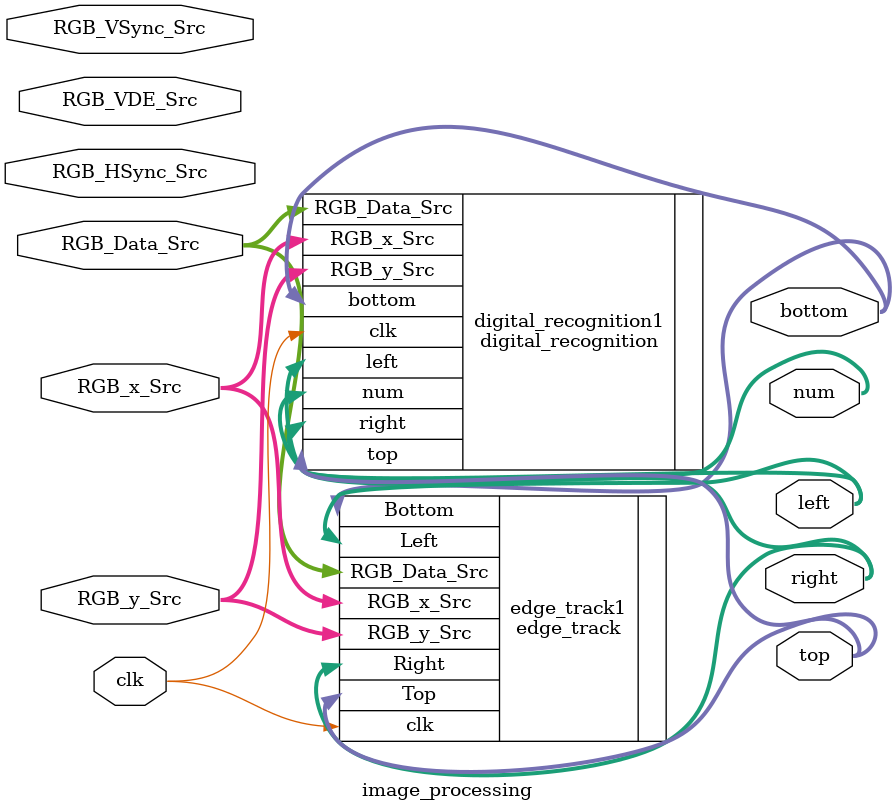
<source format=v>
`timescale 1ns / 1ps
module image_processing(
    input clk,
    input [23:0]RGB_Data_Src, 
    input RGB_HSync_Src, 
    input RGB_VSync_Src, 
    input RGB_VDE_Src,
    input [10:0]RGB_x_Src,
    input [9:0]RGB_y_Src,
    
    output [10:0]left,
    output [10:0]right,
    output [9:0]top,
    output [9:0]bottom,
    output [3:0]num
    );
    
    //±ß½ç¼ì²â
    edge_track edge_track1(
        .clk(clk),
        .RGB_Data_Src(RGB_Data_Src), 
        .RGB_x_Src(RGB_x_Src),
        .RGB_y_Src(RGB_y_Src),        
        .Left(left),
        .Right(right),
        .Top(top),
        .Bottom(bottom)
        );
    
    //Êý×ÖÊ¶±ð
    digital_recognition digital_recognition1(
        .clk(clk),
        .RGB_Data_Src(RGB_Data_Src), 
        .RGB_x_Src(RGB_x_Src),
        .RGB_y_Src(RGB_y_Src),
        .left(left),
        .right(right),
        .top(top),
        .bottom(bottom),    
        .num(num)
        );
    
endmodule

</source>
